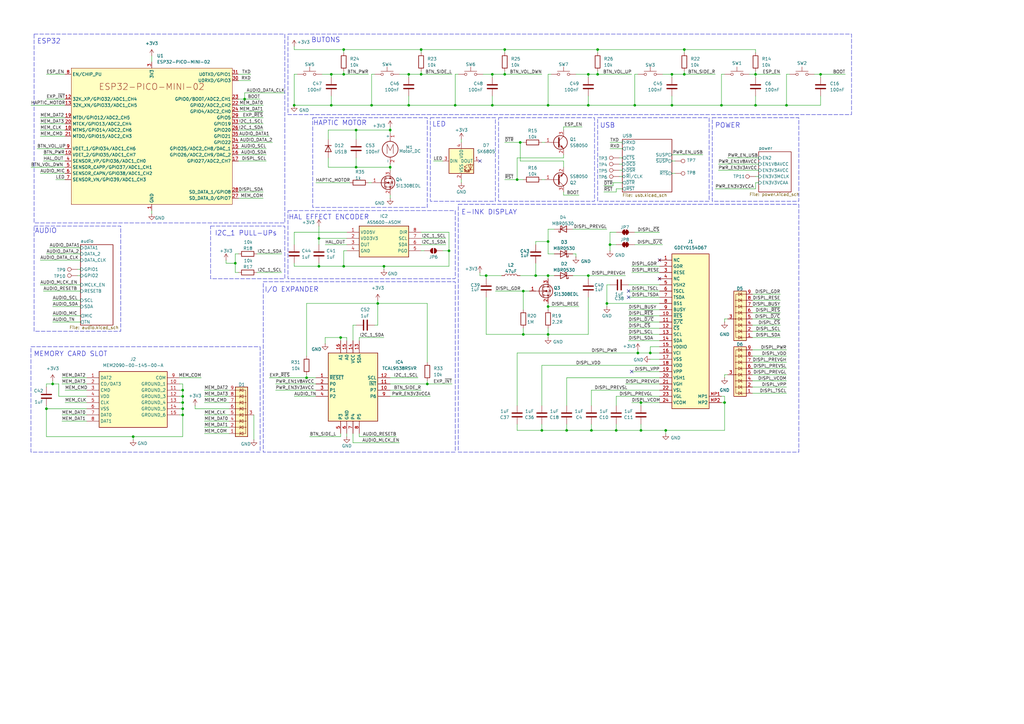
<source format=kicad_sch>
(kicad_sch (version 20250114) (generator "eeschema") (generator_version "9.0")
  (paper "A3")
  (rectangle (start 118.11 86.36) (end 186.69 114.3) (stroke (width 0) (type dash)))
  (rectangle (start 176.53 48.26) (end 203.2 82.55) (stroke (width 0) (type dash)))
  (rectangle (start 13.97 13.97) (end 116.84 91.44) (stroke (width 0) (type dash)))
  (rectangle (start 107.95 115.57) (end 186.69 185.42) (stroke (width 0) (type dash)))
  (rectangle (start 12.7 142.24) (end 106.68 185.42) (stroke (width 0) (type dash)))
  (rectangle (start 118.11 13.97) (end 349.25 46.99) (stroke (width 0) (type dash)))
  (rectangle (start 292.1 48.26) (end 327.66 82.55) (stroke (width 0) (type dash)))
  (rectangle (start 13.97 92.71) (end 49.53 135.89) (stroke (width 0) (type dash)))
  (rectangle (start 86.36 92.71) (end 116.84 114.3) (stroke (width 0) (type dash)))
  (rectangle (start 204.47 48.26) (end 243.84 82.55) (stroke (width 0) (type dash)))
  (rectangle (start 187.96 83.82) (end 327.66 185.42) (stroke (width 0) (type dash)))
  (rectangle (start 128.27 48.26) (end 175.26 85.09) (stroke (width 0) (type dash)))
  (rectangle (start 245.11 48.26) (end 290.83 82.55) (stroke (width 0) (type dash)))
  (text "E-INK DISPLAY" (at 200.66 87.122 0) (effects (font (size 2 2))))
  (text "ESP32" (at 20.066 17.018 0) (effects (font (size 2 2))))
  (text "I2C_1 PULL-UPs" (at 100.838 95.758 0) (effects (font (size 2 2))))
  (text "MEMORY CARD SLOT" (at 28.956 145.288 0) (effects (font (size 2 2))))
  (text "BUTONS" (at 133.604 16.51 0) (effects (font (size 2 2))))
  (text "HAPTIC MOTOR" (at 139.446 50.546 0) (effects (font (size 2 2))))
  (text "I/O EXPANDER" (at 119.634 118.872 0) (effects (font (size 2 2))))
  (text "AUDIO" (at 18.796 94.742 0) (effects (font (size 2 2))))
  (text "USB" (at 249.174 51.562 0) (effects (font (size 2 2))))
  (text "LED" (at 180.086 51.054 0) (effects (font (size 2 2))))
  (text "POWER" (at 298.45 51.562 0) (effects (font (size 2 2))))
  (text "HAL EFFECT ENCODER" (at 134.874 89.154 0) (effects (font (size 2 2))))
  (junction (at 224.79 137.16))
  (junction (at 125.73 154.94))
  (junction (at 21.59 157.48))
  (junction (at 322.58 43.18))
  (junction (at 262.89 176.53))
  (junction (at 261.62 144.78))
  (junction (at 100.33 40.64))
  (junction (at 212.09 73.66))
  (junction (at 213.36 58.42))
  (junction (at 160.02 68.58))
  (junction (at 199.39 113.03))
  (junction (at 280.67 20.32))
  (junction (at 201.93 43.18))
  (junction (at 273.05 176.53))
  (junction (at 167.64 43.18))
  (junction (at 140.97 109.22))
  (junction (at 336.55 30.48))
  (junction (at 160.02 53.34))
  (junction (at 241.3 30.48))
  (junction (at 157.48 109.22))
  (junction (at 19.05 167.64))
  (junction (at 140.97 30.48))
  (junction (at 245.11 30.48))
  (junction (at 172.72 30.48))
  (junction (at 275.59 30.48))
  (junction (at 74.93 165.1))
  (junction (at 154.94 124.46))
  (junction (at 250.19 100.33))
  (junction (at 74.93 170.18))
  (junction (at 295.91 43.18))
  (junction (at 224.79 113.03))
  (junction (at 241.3 113.03))
  (junction (at 135.89 43.18))
  (junction (at 152.4 43.18))
  (junction (at 224.79 43.18))
  (junction (at 224.79 99.06))
  (junction (at 96.52 107.95))
  (junction (at 135.89 30.48))
  (junction (at 224.79 125.73))
  (junction (at 260.35 43.18))
  (junction (at 309.88 43.18))
  (junction (at 146.05 53.34))
  (junction (at 309.88 30.48))
  (junction (at 222.25 176.53))
  (junction (at 262.89 165.1))
  (junction (at 266.7 144.78))
  (junction (at 232.41 176.53))
  (junction (at 74.93 162.56))
  (junction (at 207.01 20.32))
  (junction (at 54.61 179.07))
  (junction (at 297.18 165.1))
  (junction (at 172.72 20.32))
  (junction (at 248.92 124.46))
  (junction (at 245.11 20.32))
  (junction (at 275.59 43.18))
  (junction (at 241.3 43.18))
  (junction (at 130.81 97.79))
  (junction (at 120.65 43.18))
  (junction (at 140.97 20.32))
  (junction (at 74.93 160.02))
  (junction (at 219.71 113.03))
  (junction (at 280.67 30.48))
  (junction (at 214.63 137.16))
  (junction (at 146.05 68.58))
  (junction (at 175.26 157.48))
  (junction (at 139.7 138.43))
  (junction (at 74.93 167.64))
  (junction (at 201.93 30.48))
  (junction (at 184.15 102.87))
  (junction (at 207.01 30.48))
  (junction (at 167.64 30.48))
  (junction (at 186.69 43.18))
  (junction (at 242.57 176.53))
  (junction (at 214.63 119.38))
  (junction (at 252.73 176.53))
  (junction (at 130.81 109.22))
  (no_connect (at 257.81 121.92))
  (no_connect (at 270.51 106.68))
  (no_connect (at 257.81 119.38))
  (no_connect (at 196.85 66.04))
  (no_connect (at 259.08 152.4))
  (no_connect (at 270.51 114.3))
  (wire (pts (xy 92.71 106.68) (xy 92.71 107.95)))
  (wire (pts (xy 275.59 63.5) (xy 288.29 63.5)))
  (wire (pts (xy 120.65 109.22) (xy 130.81 109.22)))
  (wire (pts (xy 73.66 165.1) (xy 74.93 165.1)))
  (wire (pts (xy 186.69 43.18) (xy 201.93 43.18)))
  (wire (pts (xy 74.93 162.56) (xy 74.93 165.1)))
  (wire (pts (xy 109.22 60.96) (xy 97.79 60.96)))
  (wire (pts (xy 184.15 102.87) (xy 184.15 109.22)))
  (wire (pts (xy 201.93 39.37) (xy 201.93 43.18)))
  (wire (pts (xy 134.62 57.15) (xy 134.62 53.34)))
  (wire (pts (xy 74.93 157.48) (xy 74.93 160.02)))
  (wire (pts (xy 105.41 111.76) (xy 115.57 111.76)))
  (wire (pts (xy 116.84 38.1) (xy 100.33 38.1)))
  (wire (pts (xy 19.05 179.07) (xy 54.61 179.07)))
  (wire (pts (xy 113.03 157.48) (xy 129.54 157.48)))
  (wire (pts (xy 250.19 116.84) (xy 248.92 116.84)))
  (wire (pts (xy 83.82 160.02) (xy 93.98 160.02)))
  (wire (pts (xy 260.35 30.48) (xy 260.35 43.18)))
  (wire (pts (xy 21.59 157.48) (xy 24.13 157.48)))
  (wire (pts (xy 120.65 30.48) (xy 120.65 43.18)))
  (wire (pts (xy 31.75 113.03) (xy 33.02 113.03)))
  (wire (pts (xy 334.01 30.48) (xy 336.55 30.48)))
  (wire (pts (xy 83.82 175.26) (xy 93.98 175.26)))
  (wire (pts (xy 151.13 74.93) (xy 152.4 74.93)))
  (wire (pts (xy 110.49 55.88) (xy 97.79 55.88)))
  (wire (pts (xy 270.51 147.32) (xy 266.7 147.32)))
  (wire (pts (xy 189.23 57.15) (xy 189.23 58.42)))
  (wire (pts (xy 241.3 121.92) (xy 241.3 137.16)))
  (wire (pts (xy 203.2 119.38) (xy 214.63 119.38)))
  (wire (pts (xy 139.7 179.07) (xy 139.7 177.8)))
  (wire (pts (xy 96.52 111.76) (xy 96.52 107.95)))
  (wire (pts (xy 320.04 133.35) (xy 308.61 133.35)))
  (wire (pts (xy 199.39 137.16) (xy 214.63 137.16)))
  (wire (pts (xy 120.65 30.48) (xy 121.92 30.48)))
  (wire (pts (xy 280.67 29.21) (xy 280.67 30.48)))
  (wire (pts (xy 248.92 93.98) (xy 234.95 93.98)))
  (wire (pts (xy 259.08 111.76) (xy 270.51 111.76)))
  (wire (pts (xy 261.62 144.78) (xy 266.7 144.78)))
  (wire (pts (xy 102.87 33.02) (xy 97.79 33.02)))
  (wire (pts (xy 106.68 40.64) (xy 100.33 40.64)))
  (wire (pts (xy 322.58 161.29) (xy 308.61 161.29)))
  (wire (pts (xy 212.09 166.37) (xy 212.09 144.78)))
  (wire (pts (xy 16.51 50.8) (xy 26.67 50.8)))
  (wire (pts (xy 147.32 139.7) (xy 147.32 138.43)))
  (wire (pts (xy 224.79 138.43) (xy 224.79 137.16)))
  (wire (pts (xy 295.91 43.18) (xy 275.59 43.18)))
  (wire (pts (xy 107.95 45.72) (xy 97.79 45.72)))
  (wire (pts (xy 73.66 167.64) (xy 74.93 167.64)))
  (wire (pts (xy 19.05 30.48) (xy 26.67 30.48)))
  (wire (pts (xy 234.95 104.14) (xy 236.22 104.14)))
  (wire (pts (xy 140.97 20.32) (xy 140.97 21.59)))
  (wire (pts (xy 167.64 39.37) (xy 167.64 43.18)))
  (wire (pts (xy 231.14 80.01) (xy 231.14 78.74)))
  (wire (pts (xy 322.58 143.51) (xy 308.61 143.51)))
  (wire (pts (xy 135.89 30.48) (xy 132.08 30.48)))
  (wire (pts (xy 19.05 167.64) (xy 19.05 179.07)))
  (wire (pts (xy 21.59 125.73) (xy 33.02 125.73)))
  (wire (pts (xy 241.3 39.37) (xy 241.3 43.18)))
  (wire (pts (xy 214.63 119.38) (xy 217.17 119.38)))
  (wire (pts (xy 231.14 63.5) (xy 231.14 64.77)))
  (wire (pts (xy 231.14 52.07) (xy 238.76 52.07)))
  (wire (pts (xy 160.02 68.58) (xy 160.02 69.85)))
  (wire (pts (xy 120.65 19.05) (xy 120.65 20.32)))
  (wire (pts (xy 189.23 73.66) (xy 189.23 74.93)))
  (wire (pts (xy 120.65 95.25) (xy 120.65 100.33)))
  (wire (pts (xy 275.59 30.48) (xy 275.59 31.75)))
  (wire (pts (xy 26.67 165.1) (xy 35.56 165.1)))
  (wire (pts (xy 262.89 173.99) (xy 262.89 176.53)))
  (wire (pts (xy 140.97 109.22) (xy 140.97 102.87)))
  (wire (pts (xy 297.18 30.48) (xy 295.91 30.48)))
  (wire (pts (xy 212.09 64.77) (xy 212.09 73.66)))
  (wire (pts (xy 196.85 113.03) (xy 199.39 113.03)))
  (wire (pts (xy 248.92 124.46) (xy 248.92 125.73)))
  (wire (pts (xy 25.4 157.48) (xy 35.56 157.48)))
  (wire (pts (xy 172.72 102.87) (xy 173.99 102.87)))
  (wire (pts (xy 309.88 43.18) (xy 322.58 43.18)))
  (wire (pts (xy 21.59 132.08) (xy 33.02 132.08)))
  (wire (pts (xy 251.46 76.2) (xy 251.46 74.93)))
  (wire (pts (xy 199.39 121.92) (xy 199.39 137.16)))
  (wire (pts (xy 222.25 166.37) (xy 222.25 149.86)))
  (wire (pts (xy 323.85 30.48) (xy 322.58 30.48)))
  (wire (pts (xy 62.23 87.63) (xy 62.23 86.36)))
  (wire (pts (xy 241.3 113.03) (xy 256.54 113.03)))
  (wire (pts (xy 224.79 124.46) (xy 224.79 125.73)))
  (wire (pts (xy 146.05 68.58) (xy 160.02 68.58)))
  (wire (pts (xy 142.24 177.8) (xy 142.24 179.07)))
  (wire (pts (xy 320.04 138.43) (xy 308.61 138.43)))
  (wire (pts (xy 231.14 68.58) (xy 231.14 66.04)))
  (wire (pts (xy 232.41 176.53) (xy 242.57 176.53)))
  (wire (pts (xy 147.32 177.8) (xy 147.32 179.07)))
  (wire (pts (xy 257.81 116.84) (xy 270.51 116.84)))
  (wire (pts (xy 241.3 30.48) (xy 241.3 31.75)))
  (wire (pts (xy 231.14 64.77) (xy 212.09 64.77)))
  (wire (pts (xy 320.04 123.19) (xy 308.61 123.19)))
  (wire (pts (xy 25.4 154.94) (xy 35.56 154.94)))
  (wire (pts (xy 224.79 104.14) (xy 227.33 104.14)))
  (wire (pts (xy 297.18 165.1) (xy 295.91 165.1)))
  (wire (pts (xy 140.97 29.21) (xy 140.97 30.48)))
  (wire (pts (xy 309.88 29.21) (xy 309.88 30.48)))
  (wire (pts (xy 160.02 52.07) (xy 160.02 53.34)))
  (wire (pts (xy 92.71 107.95) (xy 96.52 107.95)))
  (wire (pts (xy 177.8 66.04) (xy 181.61 66.04)))
  (wire (pts (xy 293.37 77.47) (xy 309.88 77.47)))
  (wire (pts (xy 96.52 104.14) (xy 97.79 104.14)))
  (wire (pts (xy 270.51 95.25) (xy 260.35 95.25)))
  (wire (pts (xy 120.65 107.95) (xy 120.65 109.22)))
  (wire (pts (xy 219.71 107.95) (xy 219.71 113.03)))
  (wire (pts (xy 83.82 162.56) (xy 93.98 162.56)))
  (wire (pts (xy 297.18 176.53) (xy 273.05 176.53)))
  (wire (pts (xy 248.92 116.84) (xy 248.92 124.46)))
  (wire (pts (xy 222.25 73.66) (xy 223.52 73.66)))
  (wire (pts (xy 307.34 30.48) (xy 309.88 30.48)))
  (wire (pts (xy 19.05 167.64) (xy 35.56 167.64)))
  (wire (pts (xy 25.4 172.72) (xy 35.56 172.72)))
  (wire (pts (xy 297.18 162.56) (xy 297.18 165.1)))
  (wire (pts (xy 73.66 160.02) (xy 74.93 160.02)))
  (wire (pts (xy 171.45 154.94) (xy 160.02 154.94)))
  (wire (pts (xy 266.7 142.24) (xy 266.7 144.78)))
  (wire (pts (xy 219.71 100.33) (xy 219.71 99.06)))
  (wire (pts (xy 241.3 113.03) (xy 241.3 114.3)))
  (wire (pts (xy 207.01 20.32) (xy 207.01 21.59)))
  (wire (pts (xy 140.97 20.32) (xy 172.72 20.32)))
  (wire (pts (xy 130.81 92.71) (xy 130.81 97.79)))
  (wire (pts (xy 186.69 30.48) (xy 187.96 30.48)))
  (wire (pts (xy 262.89 176.53) (xy 273.05 176.53)))
  (wire (pts (xy 21.59 156.21) (xy 21.59 157.48)))
  (wire (pts (xy 237.49 80.01) (xy 231.14 80.01)))
  (wire (pts (xy 167.64 30.48) (xy 163.83 30.48)))
  (wire (pts (xy 320.04 120.65) (xy 308.61 120.65)))
  (wire (pts (xy 181.61 102.87) (xy 184.15 102.87)))
  (wire (pts (xy 83.82 172.72) (xy 93.98 172.72)))
  (wire (pts (xy 176.53 162.56) (xy 160.02 162.56)))
  (wire (pts (xy 236.22 104.14) (xy 236.22 105.41)))
  (wire (pts (xy 144.78 177.8) (xy 144.78 181.61)))
  (wire (pts (xy 294.64 69.85) (xy 311.15 69.85)))
  (wire (pts (xy 142.24 138.43) (xy 139.7 138.43)))
  (wire (pts (xy 254 69.85) (xy 255.27 69.85)))
  (wire (pts (xy 154.94 124.46) (xy 154.94 123.19)))
  (wire (pts (xy 257.81 132.08) (xy 270.51 132.08)))
  (wire (pts (xy 62.23 22.86) (xy 62.23 25.4)))
  (wire (pts (xy 134.62 68.58) (xy 146.05 68.58)))
  (wire (pts (xy 172.72 30.48) (xy 167.64 30.48)))
  (wire (pts (xy 125.73 153.67) (xy 125.73 154.94)))
  (wire (pts (xy 144.78 139.7) (xy 144.78 133.35)))
  (wire (pts (xy 297.18 153.67) (xy 298.45 153.67)))
  (wire (pts (xy 259.08 165.1) (xy 262.89 165.1)))
  (wire (pts (xy 252.73 162.56) (xy 270.51 162.56)))
  (wire (pts (xy 237.49 125.73) (xy 224.79 125.73)))
  (wire (pts (xy 182.88 100.33) (xy 172.72 100.33)))
  (wire (pts (xy 20.32 101.6) (xy 33.02 101.6)))
  (wire (pts (xy 207.01 29.21) (xy 207.01 30.48)))
  (wire (pts (xy 276.86 66.04) (xy 275.59 66.04)))
  (wire (pts (xy 309.88 43.18) (xy 295.91 43.18)))
  (wire (pts (xy 97.79 50.8) (xy 107.95 50.8)))
  (wire (pts (xy 74.93 170.18) (xy 73.66 170.18)))
  (wire (pts (xy 182.88 97.79) (xy 172.72 97.79)))
  (wire (pts (xy 222.25 30.48) (xy 207.01 30.48)))
  (wire (pts (xy 140.97 30.48) (xy 135.89 30.48)))
  (wire (pts (xy 224.79 43.18) (xy 241.3 43.18)))
  (wire (pts (xy 172.72 160.02) (xy 160.02 160.02)))
  (wire (pts (xy 175.26 156.21) (xy 175.26 157.48)))
  (wire (pts (xy 19.05 166.37) (xy 19.05 167.64)))
  (wire (pts (xy 133.35 100.33) (xy 142.24 100.33)))
  (wire (pts (xy 17.78 66.04) (xy 26.67 66.04)))
  (wire (pts (xy 25.4 170.18) (xy 35.56 170.18)))
  (wire (pts (xy 271.78 100.33) (xy 260.35 100.33)))
  (wire (pts (xy 133.35 138.43) (xy 139.7 138.43)))
  (wire (pts (xy 172.72 95.25) (xy 184.15 95.25)))
  (wire (pts (xy 259.08 152.4) (xy 270.51 152.4)))
  (wire (pts (xy 109.22 63.5) (xy 97.79 63.5)))
  (wire (pts (xy 257.81 127) (xy 270.51 127)))
  (wire (pts (xy 257.81 129.54) (xy 270.51 129.54)))
  (wire (pts (xy 147.32 138.43) (xy 157.48 138.43)))
  (wire (pts (xy 322.58 156.21) (xy 308.61 156.21)))
  (wire (pts (xy 12.7 68.58) (xy 26.67 68.58)))
  (wire (pts (xy 16.51 116.84) (xy 33.02 116.84)))
  (wire (pts (xy 31.75 110.49) (xy 33.02 110.49)))
  (wire (pts (xy 134.62 53.34) (xy 146.05 53.34)))
  (wire (pts (xy 245.11 30.48) (xy 241.3 30.48)))
  (wire (pts (xy 107.95 78.74) (xy 97.79 78.74)))
  (wire (pts (xy 111.76 58.42) (xy 97.79 58.42)))
  (wire (pts (xy 107.95 81.28) (xy 97.79 81.28)))
  (wire (pts (xy 214.63 119.38) (xy 214.63 127)))
  (wire (pts (xy 257.81 121.92) (xy 270.51 121.92)))
  (wire (pts (xy 129.54 74.93) (xy 143.51 74.93)))
  (wire (pts (xy 201.93 30.48) (xy 198.12 30.48)))
  (wire (pts (xy 80.01 167.64) (xy 93.98 167.64)))
  (wire (pts (xy 167.64 30.48) (xy 167.64 31.75)))
  (wire (pts (xy 19.05 40.64) (xy 26.67 40.64)))
  (wire (pts (xy 120.65 20.32) (xy 140.97 20.32)))
  (wire (pts (xy 207.01 30.48) (xy 201.93 30.48)))
  (wire (pts (xy 257.81 139.7) (xy 270.51 139.7)))
  (wire (pts (xy 151.13 30.48) (xy 140.97 30.48)))
  (wire (pts (xy 172.72 29.21) (xy 172.72 30.48)))
  (wire (pts (xy 322.58 146.05) (xy 308.61 146.05)))
  (wire (pts (xy 322.58 158.75) (xy 308.61 158.75)))
  (wire (pts (xy 222.25 58.42) (xy 223.52 58.42)))
  (wire (pts (xy 247.65 78.74) (xy 252.73 78.74)))
  (wire (pts (xy 167.64 43.18) (xy 186.69 43.18)))
  (wire (pts (xy 297.18 132.08) (xy 297.18 130.81)))
  (wire (pts (xy 320.04 135.89) (xy 308.61 135.89)))
  (wire (pts (xy 297.18 165.1) (xy 297.18 176.53)))
  (wire (pts (xy 152.4 43.18) (xy 167.64 43.18)))
  (wire (pts (xy 160.02 53.34) (xy 160.02 54.61)))
  (wire (pts (xy 227.33 93.98) (xy 224.79 93.98)))
  (wire (pts (xy 259.08 109.22) (xy 270.51 109.22)))
  (wire (pts (xy 107.95 48.26) (xy 97.79 48.26)))
  (wire (pts (xy 19.05 157.48) (xy 19.05 158.75)))
  (wire (pts (xy 257.81 137.16) (xy 270.51 137.16)))
  (wire (pts (xy 160.02 80.01) (xy 160.02 81.28)))
  (wire (pts (xy 201.93 43.18) (xy 224.79 43.18)))
  (wire (pts (xy 144.78 133.35) (xy 146.05 133.35)))
  (wire (pts (xy 322.58 43.18) (xy 336.55 43.18)))
  (wire (pts (xy 254 64.77) (xy 255.27 64.77)))
  (wire (pts (xy 142.24 95.25) (xy 120.65 95.25)))
  (wire (pts (xy 250.19 95.25) (xy 250.19 100.33)))
  (wire (pts (xy 153.67 133.35) (xy 154.94 133.35)))
  (wire (pts (xy 175.26 124.46) (xy 175.26 148.59)))
  (wire (pts (xy 293.37 30.48) (xy 280.67 30.48)))
  (wire (pts (xy 232.41 166.37) (xy 232.41 154.94)))
  (wire (pts (xy 135.89 39.37) (xy 135.89 43.18)))
  (wire (pts (xy 107.95 43.18) (xy 97.79 43.18)))
  (wire (pts (xy 309.88 39.37) (xy 309.88 43.18)))
  (wire (pts (xy 322.58 153.67) (xy 308.61 153.67)))
  (wire (pts (xy 336.55 30.48) (xy 346.71 30.48)))
  (wire (pts (xy 157.48 109.22) (xy 157.48 110.49)))
  (wire (pts (xy 16.51 71.12) (xy 26.67 71.12)))
  (wire (pts (xy 74.93 179.07) (xy 54.61 179.07)))
  (wire (pts (xy 273.05 177.8) (xy 273.05 176.53)))
  (wire (pts (xy 245.11 20.32) (xy 280.67 20.32)))
  (wire (pts (xy 146.05 53.34) (xy 146.05 57.15)))
  (wire (pts (xy 224.79 113.03) (xy 224.79 114.3)))
  (wire (pts (xy 224.79 134.62) (xy 224.79 137.16)))
  (wire (pts (xy 146.05 53.34) (xy 160.02 53.34)))
  (wire (pts (xy 232.41 154.94) (xy 270.51 154.94)))
  (wire (pts (xy 186.69 30.48) (xy 186.69 43.18)))
  (wire (pts (xy 127 179.07) (xy 139.7 179.07)))
  (wire (pts (xy 254 72.39) (xy 255.27 72.39)))
  (wire (pts (xy 295.91 162.56) (xy 297.18 162.56)))
  (wire (pts (xy 261.62 143.51) (xy 261.62 144.78)))
  (wire (pts (xy 262.89 166.37) (xy 262.89 165.1)))
  (wire (pts (xy 336.55 39.37) (xy 336.55 43.18)))
  (wire (pts (xy 297.18 130.81) (xy 298.45 130.81)))
  (wire (pts (xy 270.51 142.24) (xy 266.7 142.24)))
  (wire (pts (xy 22.86 73.66) (xy 26.67 73.66)))
  (wire (pts (xy 232.41 173.99) (xy 232.41 176.53)))
  (wire (pts (xy 219.71 113.03) (xy 224.79 113.03)))
  (wire (pts (xy 97.79 53.34) (xy 107.95 53.34)))
  (wire (pts (xy 152.4 30.48) (xy 153.67 30.48)))
  (wire (pts (xy 295.91 30.48) (xy 295.91 43.18)))
  (wire (pts (xy 80.01 166.37) (xy 80.01 167.64)))
  (wire (pts (xy 21.59 123.19) (xy 33.02 123.19)))
  (wire (pts (xy 175.26 124.46) (xy 154.94 124.46)))
  (wire (pts (xy 320.04 125.73) (xy 308.61 125.73)))
  (wire (pts (xy 224.79 30.48) (xy 226.06 30.48)))
  (wire (pts (xy 252.73 95.25) (xy 250.19 95.25)))
  (wire (pts (xy 207.01 58.42) (xy 213.36 58.42)))
  (wire (pts (xy 135.89 30.48) (xy 135.89 31.75)))
  (wire (pts (xy 139.7 138.43) (xy 139.7 139.7)))
  (wire (pts (xy 74.93 170.18) (xy 74.93 179.07)))
  (wire (pts (xy 222.25 176.53) (xy 232.41 176.53)))
  (wire (pts (xy 242.57 173.99) (xy 242.57 176.53)))
  (wire (pts (xy 196.85 111.76) (xy 196.85 113.03)))
  (wire (pts (xy 115.57 104.14) (xy 105.41 104.14)))
  (wire (pts (xy 133.35 140.97) (xy 133.35 138.43)))
  (wire (pts (xy 309.88 77.47) (xy 309.88 74.93)))
  (wire (pts (xy 219.71 113.03) (xy 213.36 113.03)))
  (wire (pts (xy 74.93 167.64) (xy 74.93 170.18)))
  (wire (pts (xy 154.94 133.35) (xy 154.94 124.46)))
  (wire (pts (xy 224.79 99.06) (xy 224.79 104.14)))
  (wire (pts (xy 251.46 74.93) (xy 255.27 74.93)))
  (wire (pts (xy 320.04 130.81) (xy 308.61 130.81)))
  (wire (pts (xy 125.73 154.94) (xy 129.54 154.94)))
  (wire (pts (xy 16.51 48.26) (xy 26.67 48.26)))
  (wire (pts (xy 172.72 20.32) (xy 172.72 21.59)))
  (wire (pts (xy 199.39 114.3) (xy 199.39 113.03)))
  (wire (pts (xy 252.73 78.74) (xy 252.73 77.47)))
  (wire (pts (xy 157.48 109.22) (xy 140.97 109.22)))
  (wire (pts (xy 140.97 102.87) (xy 142.24 102.87)))
  (wire (pts (xy 309.88 72.39) (xy 311.15 72.39)))
  (wire (pts (xy 214.63 134.62) (xy 214.63 137.16)))
  (wire (pts (xy 276.86 71.12) (xy 275.59 71.12)))
  (wire (pts (xy 231.14 53.34) (xy 231.14 52.07)))
  (wire (pts (xy 120.65 162.56) (xy 129.54 162.56)))
  (wire (pts (xy 259.08 30.48) (xy 245.11 30.48)))
  (wire (pts (xy 252.73 166.37) (xy 252.73 162.56)))
  (wire (pts (xy 212.09 73.66) (xy 214.63 73.66)))
  (wire (pts (xy 15.24 60.96) (xy 26.67 60.96)))
  (wire (pts (xy 74.93 160.02) (xy 74.93 162.56)))
  (wire (pts (xy 201.93 30.48) (xy 201.93 31.75)))
  (wire (pts (xy 35.56 162.56) (xy 24.13 162.56)))
  (wire (pts (xy 224.79 30.48) (xy 224.79 43.18)))
  (wire (pts (xy 322.58 151.13) (xy 308.61 151.13)))
  (wire (pts (xy 73.66 162.56) (xy 74.93 162.56)))
  (wire (pts (xy 104.14 170.18) (xy 104.14 180.34)))
  (wire (pts (xy 82.55 154.94) (xy 73.66 154.94)))
  (wire (pts (xy 185.42 157.48) (xy 175.26 157.48)))
  (wire (pts (xy 100.33 38.1) (xy 100.33 40.64)))
  (wire (pts (xy 212.09 176.53) (xy 222.25 176.53)))
  (wire (pts (xy 214.63 137.16) (xy 224.79 137.16)))
  (wire (pts (xy 73.66 157.48) (xy 74.93 157.48)))
  (wire (pts (xy 21.59 129.54) (xy 33.02 129.54)))
  (wire (pts (xy 175.26 157.48) (xy 160.02 157.48)))
  (wire (pts (xy 322.58 30.48) (xy 322.58 43.18)))
  (wire (pts (xy 222.25 173.99) (xy 222.25 176.53)))
  (wire (pts (xy 109.22 66.04) (xy 97.79 66.04)))
  (wire (pts (xy 275.59 30.48) (xy 271.78 30.48)))
  (wire (pts (xy 250.19 58.42) (xy 255.27 58.42)))
  (wire (pts (xy 113.03 160.02) (xy 129.54 160.02)))
  (wire (pts (xy 130.81 97.79) (xy 130.81 100.33)))
  (wire (pts (xy 266.7 144.78) (xy 270.51 144.78)))
  (wire (pts (xy 130.81 97.79) (xy 142.24 97.79)))
  (wire (pts (xy 254 67.31) (xy 255.27 67.31)))
  (wire (pts (xy 100.33 40.64) (xy 97.79 40.64)))
  (wire (pts (xy 280.67 20.32) (xy 309.88 20.32)))
  (wire (pts (xy 260.35 30.48) (xy 261.62 30.48)))
  (wire (pts (xy 242.57 176.53) (xy 252.73 176.53)))
  (wire (pts (xy 144.78 181.61) (xy 163.83 181.61)))
  (wire (pts (xy 17.78 119.38) (xy 33.02 119.38)))
  (wire (pts (xy 54.61 179.07) (xy 54.61 180.34)))
  (wire (pts (xy 213.36 58.42) (xy 214.63 58.42)))
  (wire (pts (xy 250.19 102.87) (xy 250.19 100.33)))
  (wire (pts (xy 125.73 124.46) (xy 125.73 146.05)))
  (wire (pts (xy 219.71 99.06) (xy 224.79 99.06)))
  (wire (pts (xy 231.14 66.04) (xy 213.36 66.04)))
  (wire (pts (xy 146.05 64.77) (xy 146.05 68.58)))
  (wire (pts (xy 257.81 119.38) (xy 270.51 119.38)))
  (wire (pts (xy 83.82 165.1) (xy 93.98 165.1)))
  (wire (pts (xy 96.52 104.14) (xy 96.52 107.95)))
  (wire (pts (xy 207.01 73.66) (xy 212.09 73.66)))
  (wire (pts (xy 24.13 157.48) (xy 24.13 162.56)))
  (wire (pts (xy 12.7 43.18) (xy 26.67 43.18)))
  (wire (pts (xy 19.05 157.48) (xy 21.59 157.48)))
  (wire (pts (xy 257.81 134.62) (xy 270.51 134.62)))
  (wire (pts (xy 19.05 104.14) (xy 33.02 104.14)))
  (wire (pts (xy 294.64 67.31) (xy 311.15 67.31)))
  (wire (pts (xy 120.65 43.18) (xy 135.89 43.18)))
  (wire (pts (xy 224.79 125.73) (xy 224.79 127)))
  (wire (pts (xy 248.92 124.46) (xy 270.51 124.46)))
  (wire (pts (xy 74.93 165.1) (xy 74.93 167.64)))
  (wire (pts (xy 297.18 154.94) (xy 297.18 153.67)))
  (wire (pts (xy 130.81 109.22) (xy 140.97 109.22)))
  (wire (pts (xy 125.73 124.46) (xy 154.94 124.46)))
  (wire (pts (xy 252.73 176.53) (xy 262.89 176.53)))
  (wire (pts (xy 280.67 30.48) (xy 275.59 30.48)))
  (wire (pts (xy 322.58 148.59) (xy 308.61 148.59)))
  (wire (pts (xy 207.01 20.32) (xy 245.11 20.32)))
  (wire (pts (xy 142.24 139.7) (xy 142.24 138.43)))
  (wire (pts (xy 252.73 77.47) (xy 255.27 77.47)))
  (wire (pts (xy 172.72 20.32) (xy 207.01 20.32)))
  (wire (pts (xy 250.19 100.33) (xy 252.73 100.33)))
  (wire (pts (xy 26.67 160.02) (xy 35.56 160.02)))
  (wire (pts (xy 309.88 21.59) (xy 309.88 20.32)))
  (wire (pts (xy 160.02 67.31) (xy 160.02 68.58)))
  (wire (pts (xy 184.15 95.25) (xy 184.15 102.87)))
  (wire (pts (xy 157.48 109.22) (xy 184.15 109.22)))
  (wire (pts (xy 242.57 166.37) (xy 242.57 160.02)))
  (wire (pts (xy 275.59 43.18) (xy 260.35 43.18)))
  (wire (pts (xy 252.73 173.99) (xy 252.73 176.53)))
  (wire (pts (xy 309.88 30.48) (xy 320.04 30.48)))
  (wire (pts (xy 262.89 165.1) (xy 270.51 165.1)))
  (wire (pts (xy 135.89 43.18) (xy 152.4 43.18)))
  (wire (pts (xy 234.95 113.03) (xy 241.3 113.03)))
  (wire (pts (xy 222.25 149.86) (xy 270.51 149.86)))
  (wire (pts (xy 250.19 60.96) (xy 255.27 60.96)))
  (wire (pts (xy 336.55 30.48) (xy 336.55 31.75)))
  (wire (pts (xy 199.39 113.03) (xy 205.74 113.03)))
  (wire (pts (xy 261.62 144.78) (xy 212.09 144.78)))
  (wire (pts (xy 275.59 39.37) (xy 275.59 43.18)))
  (wire (pts (xy 245.11 21.59) (xy 245.11 20.32)))
  (wire (pts (xy 224.79 93.98) (xy 224.79 99.06)))
  (wire (pts (xy 236.22 30.48) (xy 241.3 30.48)))
  (wire (pts (xy 110.49 154.94) (xy 125.73 154.94)))
  (wire (pts (xy 147.32 179.07) (xy 162.56 179.07)))
  (wire (pts (xy 16.51 55.88) (xy 26.67 55.88)))
  (wire (pts (xy 245.11 29.21) (xy 245.11 30.48)))
  (wire (pts (xy 260.35 43.18) (xy 241.3 43.18)))
  (wire (pts (xy 227.33 113.03) (xy 224.79 113.03)))
  (wire (pts (xy 83.82 170.18) (xy 93.98 170.18)))
  (wire (pts (xy 247.65 76.2) (xy 251.46 76.2)))
  (wire (pts (xy 309.88 30.48) (xy 309.88 31.75)))
  (wire (pts (xy 185.42 30.48) (xy 172.72 30.48)))
  (wire (pts (xy 102.87 30.48) (xy 97.79 30.48)))
  (wire (pts (xy 134.62 64.77) (xy 134.62 68.58)))
  (wire (pts (xy 320.04 128.27) (xy 308.61 128.27)))
  (wire (pts (xy 280.67 21.59) (xy 280.67 20.32)))
  (wire (pts (xy 213.36 66.04) (xy 213.36 58.42)))
  (wire (pts (xy 130.81 107.95) (xy 130.81 109.22)))
  (wire (pts (xy 16.51 106.68) (xy 33.02 106.68)))
  (wire (pts (xy 152.4 30.48) (xy 152.4 43.18)))
  (wire (pts (xy 212.09 173.99) (xy 212.09 176.53)))
  (wire (pts (xy 298.45 64.77) (xy 311.15 64.77)))
  (wire (pts (xy 16.51 53.34) (xy 26.67 53.34)))
  (wire (pts (xy 309.88 74.93) (xy 311.15 74.93)))
  (wire (pts (xy 17.78 63.5) (xy 26.67 63.5)))
  (wire (pts (xy 242.57 160.02) (xy 270.51 160.02)))
  (wire (pts (xy 241.3 137.16) (xy 224.79 137.16)))
  (wire (pts (xy 256.54 157.48) (xy 270.51 157.48)))
  (wire (pts (xy 83.82 177.8) (xy 93.98 177.8)))
  (wire (pts (xy 96.52 111.76) (xy 97.79 111.76)))
  (label "MEM_DAT0" (at 83.82 172.72 0))
  (label "AUDIO_SCL" (at 21.59 123.19 0))
  (label "MEM_DAT1" (at 83.82 175.26 0))
  (label "DISPL_RESE" (at 320.04 123.19 180))
  (label "I2C_1_SCL" (at 182.88 97.79 180))
  (label "HAPTIC_MOTOR" (at 12.7 43.18 0))
  (label "DISPL_TSCL" (at 322.58 161.29 180))
  (label "LED" (at 177.8 66.04 0))
  (label "HAL_OUT" (at 133.35 100.33 0))
  (label "MEM_CLK" (at 16.51 53.34 0))
  (label "DISPL_PREVGL" (at 254 162.56 0))
  (label "AUDIO_RESETB" (at 17.78 119.38 0))
  (label "DISPL_SDA" (at 257.81 139.7 0))
  (label "I2C_1_SCL" (at 171.45 154.94 180))
  (label "BTN_VOL_UP" (at 15.24 60.96 0))
  (label "DISPL_SDA" (at 107.95 78.74 180))
  (label "DISPL_PREVGH" (at 322.58 148.59 180))
  (label "DISPL_GDR" (at 259.08 109.22 0))
  (label "DISPL_~{D{slash}C}" (at 271.78 100.33 180))
  (label "DISPL_TSDA" (at 259.08 121.92 0))
  (label "BOOT" (at 106.68 40.64 180))
  (label "MEM_CMD" (at 26.67 160.02 0))
  (label "~{RST}" (at 207.01 73.66 0))
  (label "AUDIO_MLCK_EN" (at 16.51 116.84 0))
  (label "PWR_EN1V8AVCC" (at 113.03 157.48 0))
  (label "DISPL_BUSY" (at 257.81 127 0))
  (label "DISPL_PREVGH" (at 256.54 157.48 0))
  (label "DISPL_RESE" (at 237.49 125.73 180))
  (label "MEM_DAT3" (at 83.82 162.56 0))
  (label "BOOT" (at 237.49 80.01 180))
  (label "DISPL_~{RES}" (at 257.81 129.54 0))
  (label "PWR_EN1V8AVCC" (at 294.64 67.31 0))
  (label "MEM_DAT3" (at 25.4 157.48 0))
  (label "BTN_PWR" (at 17.78 63.5 0))
  (label "AUDIO_DATA_2" (at 111.76 58.42 180))
  (label "DISPL_VDD" (at 322.58 146.05 180))
  (label "DISPL_SCL" (at 320.04 135.89 180))
  (label "MEM_DAT2" (at 16.51 48.26 0))
  (label "AUDIO_MIC" (at 16.51 71.12 0))
  (label "LED" (at 22.86 73.66 0))
  (label "AUDIO_DATA1" (at 110.49 55.88 180))
  (label "BTN_VOL_DWN" (at 222.25 30.48 180))
  (label "AUDIO_DATA_CLK" (at 16.51 106.68 0))
  (label "EXP_~{RES}" (at 110.49 154.94 0))
  (label "DISPL_SCL" (at 257.81 137.16 0))
  (label "DISPL_VPP" (at 260.35 152.4 0))
  (label "DISPL_~{RES}" (at 320.04 128.27 180))
  (label "DISPL_RESE" (at 259.08 111.76 0))
  (label "HAL_OUT" (at 17.78 66.04 0))
  (label "MEM_DAT2" (at 83.82 160.02 0))
  (label "BTN_SIDE_R" (at 293.37 30.48 180))
  (label "RXD" (at 250.19 60.96 0))
  (label "~{DTR}" (at 207.01 58.42 0))
  (label "AUDIO_MLCK_EN" (at 163.83 181.61 180))
  (label "AUDIO_RESETB" (at 162.56 179.07 180))
  (label "BTN_SIDE_L" (at 127 179.07 0))
  (label "BTN_SIDE_L" (at 185.42 30.48 180))
  (label "AUDIO_DATA1" (at 20.32 101.6 0))
  (label "DISPL_VCOM" (at 259.08 165.1 0))
  (label "AUDIO_TN" (at 21.59 132.08 0))
  (label "DISPL_PREVSL" (at 243.84 160.02 0))
  (label "DISPL_SDA" (at 320.04 138.43 180))
  (label "MEM_COM" (at 82.55 154.94 180))
  (label "MEM_CLK" (at 26.67 165.1 0))
  (label "DISPL_~{CS}" (at 270.51 95.25 180))
  (label "AUDIO_SDA" (at 109.22 63.5 180))
  (label "MEM_DAT0" (at 107.95 43.18 180))
  (label "RXD" (at 102.87 33.02 180))
  (label "I2C_1_SDA" (at 182.88 100.33 180))
  (label "DISPL_~{CS}" (at 257.81 134.62 0))
  (label "MEM_DAT3" (at 16.51 50.8 0))
  (label "PWR_EN3V3VCCA" (at 293.37 77.47 0))
  (label "~{RST}" (at 247.65 78.74 0))
  (label "PWR_EN3V3VCCA" (at 176.53 162.56 180))
  (label "PWR_EN_USB" (at 298.45 64.77 0))
  (label "I2C_1_SCL" (at 107.95 50.8 180))
  (label "DISPL_BUSY" (at 320.04 125.73 180))
  (label "MEM_DAT2" (at 25.4 154.94 0))
  (label "DISPL_VPP" (at 322.58 158.75 180))
  (label "MEM_DAT1" (at 107.95 45.72 180))
  (label "MEM_DAT1" (at 25.4 172.72 0))
  (label "DISPL_PWR" (at 242.57 144.78 0))
  (label "MEM_CMD" (at 83.82 165.1 0))
  (label "DISPL_GDR" (at 203.2 119.38 0))
  (label "DISPL_VDD" (at 236.22 149.86 0))
  (label "AUDIO_SCL" (at 109.22 60.96 180))
  (label "DISPL_~{D{slash}C}" (at 320.04 130.81 180))
  (label "MEM_COM" (at 107.95 81.28 180))
  (label "BTN_PWR" (at 151.13 30.48 180))
  (label "DISPL_PREVGL" (at 322.58 153.67 180))
  (label "BTN_SIDE_R" (at 172.72 160.02 180))
  (label "DISPL_~{D{slash}C}" (at 257.81 132.08 0))
  (label "BTN_VOL_UP" (at 259.08 30.48 180))
  (label "MEM_COM" (at 83.82 177.8 0))
  (label "I2C_1_SDA" (at 157.48 138.43 180))
  (label "EXP_~{INT}" (at 185.42 157.48 180))
  (label "DISPL_SCL" (at 109.22 66.04 180))
  (label "AUDIO_MIC" (at 21.59 129.54 0))
  (label "DISPL_GDR" (at 320.04 120.65 180))
  (label "AUDIO_DATA_2" (at 19.05 104.14 0))
  (label "AUDIO_TN" (at 120.65 162.56 0))
  (label "DISPL_~{CS}" (at 320.04 133.35 180))
  (label "AUDIO_SDA" (at 21.59 125.73 0))
  (label "I2C_1_SCL" (at 115.57 111.76 180))
  (label "DISPL_PREVGH" (at 256.54 113.03 180))
  (label "DISPL_PREVSL" (at 322.58 151.13 180))
  (label "I2C_1_SDA" (at 107.95 53.34 180))
  (label "ESP_EN" (at 238.76 52.07 180))
  (label "MEM_DAT0" (at 25.4 170.18 0))
  (label "BTN_VOL_DWN" (at 12.7 68.58 0))
  (label "TXD" (at 250.19 58.42 0))
  (label "EXP_~{INT}" (at 19.05 40.64 0))
  (label "TXD" (at 102.87 30.48 180))
  (label "EXP_~{RES}" (at 107.95 48.26 180))
  (label "MEM_CMD" (at 16.51 55.88 0))
  (label "DISPL_PREVGL" (at 248.92 93.98 180))
  (label "PWR_EN3V3AVCC" (at 113.03 160.02 0))
  (label "MEM_CLK" (at 83.82 170.18 0))
  (label "PWR_EN3V3AVCC" (at 294.64 69.85 0))
  (label "ESP_EN" (at 19.05 30.48 0))
  (label "AUDIO_DATA_CLK" (at 116.84 38.1 180))
  (label "DISPL_PWR" (at 322.58 143.51 180))
  (label "DISPL_VCOM" (at 322.58 156.21 180))
  (label "DISPL_TSCL" (at 259.08 119.38 0))
  (label "I2C_1_SDA" (at 115.57 104.14 180))
  (label "ESP_EN" (at 320.04 30.48 180))
  (label "HAPTIC_MOTOR" (at 129.54 74.93 0))
  (label "PWR_EN_USB" (at 288.29 63.5 180))
  (label "~{DTR}" (at 247.65 76.2 0))
  (label "BOOT" (at 346.71 30.48 180))
  (symbol (lib_id "Device:C") (at 219.71 104.14 180) (unit 1)
    (property "Reference" "C43" (at 215.265 102.997 0))
    (property "Value" "1uF" (at 215.265 104.775 0))
    (property "Description" "Unpolarized capacitor" (effects (hide yes)))
  )
  (symbol (lib_id "Device:R") (at 125.73 149.86 0) (mirror x) (unit 1)
    (property "Reference" "R31" (at 123.19 148.5899 0) (effects (justify right)))
    (property "Value" "10k" (at 123.19 151.1299 0) (effects (justify right)))
    (property "Description" "Resistor" (effects (hide yes)))
  )
  (symbol (lib_id "Device:R") (at 207.01 25.4 0) (unit 1)
    (property "Reference" "R25" (at 209.55 24.1299 0) (effects (justify left)))
    (property "Value" "10k" (at 209.55 26.6699 0) (effects (justify left)))
    (property "Description" "Resistor" (effects (hide yes)))
  )
  (symbol (lib_id "Switch:SW_Push") (at 193.04 30.48 0) (unit 1)
    (property "Reference" "SW6" (at 193.04 26.416 0))
    (property "Value" "SW_Push" (effects (hide yes)))
    (property "Description" "Push button switch, generic, two pins" (effects (hide yes)))
  )
  (symbol (lib_id "power:GND") (at 266.7 147.32 270) (mirror x) (unit 1)
    (property "Reference" "#PWR072" (effects (hide yes)))
    (property "Value" "GND" (at 261.874 147.574 90))
    (property "Description" "Power symbol creates a global label with name \"GND\" , ground" (effects (hide yes)))
  )
  (symbol (lib_id "Device:C") (at 212.09 170.18 180) (unit 1)
    (property "Reference" "C37" (at 207.01 171.196 0))
    (property "Value" "1uF" (at 207.01 168.656 0))
    (property "Description" "Unpolarized capacitor" (effects (hide yes)))
  )
  (symbol (lib_id "Connector:TestPoint") (at 254 64.77 90) (unit 1)
    (property "Reference" "TP3" (at 249.174 65.024 90) (effects (justify left)))
    (property "Value" "TestPoint" (effects (hide yes)))
    (property "Footprint" "TestPoint:TestPoint_Pad_D1.5mm" (effects (hide yes)))
    (property "Description" "test point" (effects (hide yes)))
  )
  (symbol (lib_id "Device:C") (at 254 116.84 90) (mirror x) (unit 1)
    (property "Reference" "C38" (at 254 122.428 90))
    (property "Value" "1uF" (at 254 120.65 90))
    (property "Description" "Unpolarized capacitor" (effects (hide yes)))
  )
  (symbol (lib_id "power:+3V3") (at 92.71 106.68 0) (unit 1)
    (property "Reference" "#PWR066" (effects (hide yes)))
    (property "Value" "+3V3" (at 92.71 102.87 0))
    (property "Description" "Power symbol creates a global label with name \"+3V3\"" (effects (hide yes)))
  )
  (symbol (lib_id "Device:C") (at 130.81 104.14 0) (unit 1)
    (property "Reference" "C41" (at 133.858 102.87 0) (effects (justify left)))
    (property "Value" "1uF" (at 133.858 105.41 0) (effects (justify left)))
    (property "Description" "Unpolarized capacitor" (effects (hide yes)))
  )
  (symbol (lib_id "Device:C") (at 232.41 170.18 180) (unit 1)
    (property "Reference" "C18" (at 227.33 171.196 0))
    (property "Value" "1uF" (at 227.33 168.656 0))
    (property "Description" "Unpolarized capacitor" (effects (hide yes)))
  )
  (symbol (lib_id "Switch:SW_Push") (at 231.14 30.48 0) (unit 1)
    (property "Reference" "SW7" (at 231.14 26.416 0))
    (property "Value" "SW_Push" (effects (hide yes)))
    (property "Description" "Push button switch, generic, two pins" (effects (hide yes)))
  )
  (symbol (lib_id "Jumper:SolderJumper_2_Bridged") (at 256.54 100.33 0) (unit 1) (in_bom no)
    (property "Reference" "JP8" (at 256.286 98.298 0))
    (property "Value" "SolderJumper_2_Bridged" (effects (hide yes)))
    (property "Footprint" "Jumper:SolderJumper-2_P1.3mm_Bridged_RoundedPad1.0x1.5mm" (effects (hide yes)))
    (property "Description" "Solder Jumper, 2-pole, closed/bridged" (effects (hide yes)))
  )
  (symbol (lib_id "TCAL9538RSVR:TCAL9538RSVR") (at 129.54 154.94 0) (unit 1)
    (property "Reference" "IC4" (at 163.83 148.5198 0))
    (property "Value" "TCAL9538RSVR" (at 163.83 151.0598 0))
    (property "Footprint" "QFN40P180X260X55-16N" (effects (hide yes)))
    (property "Datasheet" "https://www.ti.com/lit/ds/symlink/tcal9538.pdf?ts=1704399491246" (effects (hide yes)))
    (property "Description" "Interface - I/O Expanders ULTRA LOW VOLTAGE AGILE I/O EXPANDER I/O Expander 8 I2C, SMBus 1 MHz 16-UQFN (2.6x1.8)" (effects (hide yes)))
    (property "Height" "0.55" (effects (hide yes)))
    (property "Manufacturer_Name" "Texas Instruments" (effects (hide yes)))
    (property "Manufacturer_Part_Number" "TCAL9538RSVR" (effects (hide yes)))
    (property "Mouser Part Number" "595-TCAL9538RSVR" (effects (hide yes)))
    (property "Mouser Price/Stock" "https://www.mouser.co.uk/ProductDetail/Texas-Instruments/TCAL9538RSVR?qs=Z%252BL2brAPG1Kj235LZOS0YA%3D%3D" (effects (hide yes)))
  )
  (symbol (lib_id "MEM2090-00-145-00-A:MEM2090-00-145-00-A") (at 35.56 154.94 0) (unit 1)
    (property "Reference" "J2" (at 54.61 147.32 0))
    (property "Value" "MEM2090-00-145-00-A" (at 54.61 149.86 0))
    (property "Footprint" "MEM2090-00-145-00-A:MEM20900014500A" (effects (hide yes)))
    (property "Datasheet" "https://www.mouser.at/datasheet/2/837/mem2090-3435332.pdf" (effects (hide yes)))
    (property "Description" "Memory Card Connectors Micro SD Push-Push, Normaly Open, SMT, 1.45mm Profile, No Peg" (effects (hide yes)))
    (property "Height" "1.6" (effects (hide yes)))
    (property "Manufacturer_Name" "GCT (GLOBAL CONNECTOR TECHNOLOGY)" (effects (hide yes)))
    (property "Manufacturer_Part_Number" "MEM2090-00-145-00-A" (effects (hide yes)))
    (property "Mouser Part Number" "640-MEM20900014500A" (effects (hide yes)))
    (property "Mouser Price/Stock" "https://www.mouser.co.uk/ProductDetail/GCT/MEM2090-00-145-00-A?qs=jRuttqqUwMR0RI4XLNZI4Q%3D%3D" (effects (hide yes)))
  )
  (symbol (lib_id "Connector:TestPoint") (at 254 72.39 90) (unit 1)
    (property "Reference" "TP6" (at 249.174 72.644 90) (effects (justify left)))
    (property "Value" "TestPoint" (effects (hide yes)))
    (property "Footprint" "TestPoint:TestPoint_Pad_D1.5mm" (effects (hide yes)))
    (property "Description" "test point" (effects (hide yes)))
  )
  (symbol (lib_id "Device:R") (at 214.63 130.81 0) (unit 1)
    (property "Reference" "R20" (at 216.154 129.54 0) (effects (justify left)))
    (property "Value" "1M" (at 216.154 132.08 0) (effects (justify left)))
    (property "Description" "Resistor" (effects (hide yes)))
  )
  (symbol (lib_id "Diode:MBR0530") (at 231.14 113.03 180) (unit 1)
    (property "Reference" "D2" (at 231.394 108.204 0))
    (property "Value" "MBR0530" (at 231.394 110.744 0))
    (property "Footprint" "Diode_SMD:D_SOD-123" (effects (hide yes)))
    (property "Datasheet" "http://www.mccsemi.com/up_pdf/MBR0520~MBR0580(SOD123).pdf" (effects (hide yes)))
    (property "Description" "30V 0.5A Schottky Power Rectifier Diode, SOD-123" (effects (hide yes)))
  )
  (symbol (lib_id "FH34SRJ-24S-0_5SH_99_:GDEY0154D67") (at 261.62 111.76 0) (unit 1)
    (property "Reference" "J1" (at 283.21 99.06 0))
    (property "Value" "GDEY0154D67" (at 283.21 101.6 0))
    (property "Footprint" "FH34SRJ24S05SH99" (effects (hide yes)))
    (property "Datasheet" "https://v4.cecdn.yun300.cn/100001_1909185148/GDEY0154D67-new.pdf" (effects (hide yes)))
    (property "Description" "24 Position FFC, FPC Connector Contacts, Top and Bottom 0.020\" (0.50mm) Surface Mount, Right Angle" (effects (hide yes)))
    (property "Height" "1.1" (effects (hide yes)))
    (property "Manufacturer_Name" "Hirose" (effects (hide yes)))
    (property "Manufacturer_Part_Number" "FH34SRJ-24S-0.5SH(99)" (effects (hide yes)))
    (property "Mouser Part Number" "798-FH34SRJ24S05SH99" (effects (hide yes)))
    (property "Mouser Price/Stock" "https://www.mouser.co.uk/ProductDetail/Hirose-Connector/FH34SRJ-24S-0.5SH99?qs=vcbW%252B4%252BSTIpKBl5ap9J8Fw%3D%3D" (effects (hide yes)))
  )
  (symbol (lib_id "Power_Protection:D3V3X8U9LP3810") (at 303.53 130.81 270) (mirror x) (unit 1)
    (property "Reference" "D5" (at 304.8 118.364 90) (effects (justify right)))
    (property "Value" "D3V3X8U9LP3810" (effects (hide yes)))
    (property "Footprint" "Package_DFN_QFN:Diodes_UDFN3810-9_TYPE_B" (effects (hide yes)))
    (property "Datasheet" "https://www.diodes.com/assets/Datasheets/D3V3X8U9LP3810.pdf" (effects (hide yes)))
    (property "Description" "3V3 Reverse Working, 8 channel low capacitance 0.45pF, TVS diode array, 5.5-7V Breakdown, U-DFN3810-9" (effects (hide yes)))
    (property "Mfr. No." " D3V3F8U9LP3810-7 " (effects (hide yes)))
  )
  (symbol (lib_id "Device:C") (at 336.55 35.56 0) (unit 1)
    (property "Reference" "C16" (at 340.36 34.2899 0) (effects (justify left)))
    (property "Value" "100nF" (at 340.36 36.8299 0) (effects (justify left)))
    (property "Description" "Unpolarized capacitor" (effects (hide yes)))
  )
  (symbol (lib_id "Device:C") (at 19.05 162.56 0) (mirror y) (unit 1)
    (property "Reference" "C42" (at 17.78 160.274 0) (effects (justify left)))
    (property "Value" "1uF" (at 17.78 164.846 0) (effects (justify left)))
    (property "Description" "Unpolarized capacitor" (effects (hide yes)))
  )
  (symbol (lib_id "Jumper:SolderJumper_2_Open") (at 177.8 102.87 0) (mirror y) (unit 1) (in_bom no)
    (property "Reference" "JP6" (at 177.8 105.41 0))
    (property "Value" "SolderJumper_2_Open" (effects (hide yes)))
    (property "Footprint" "Jumper:SolderJumper-2_P1.3mm_Open_RoundedPad1.0x1.5mm" (effects (hide yes)))
    (property "Description" "Solder Jumper, 2-pole, open" (effects (hide yes)))
  )
  (symbol (lib_id "Transistor_FET:Si1308EDL") (at 222.25 119.38 0) (unit 1)
    (property "Reference" "Q3" (at 227.076 118.11 0) (effects (justify left)))
    (property "Value" "Si1308EDL" (at 227.076 120.65 0) (effects (justify left)))
    (property "Footprint" "Package_TO_SOT_SMD:SOT-323_SC-70" (effects (hide yes)))
    (property "Datasheet" "https://www.vishay.com/docs/63399/si1308edl.pdf" (effects (hide yes)))
    (property "Description" "30V Vds, 1.4A Id, N-Channel MOSFET, SC-70" (effects (hide yes)))
  )
  (symbol (lib_id "Diode:MBR0530") (at 231.14 104.14 180) (unit 1)
    (property "Reference" "D3" (at 231.394 99.314 0))
    (property "Value" "MBR0530" (at 231.394 101.854 0))
    (property "Footprint" "Diode_SMD:D_SOD-123" (effects (hide yes)))
    (property "Datasheet" "http://www.mccsemi.com/up_pdf/MBR0520~MBR0580(SOD123).pdf" (effects (hide yes)))
    (property "Description" "30V 0.5A Schottky Power Rectifier Diode, SOD-123" (effects (hide yes)))
  )
  (symbol (lib_id "power:GND") (at 62.23 87.63 0) (unit 1)
    (property "Reference" "#PWR022" (effects (hide yes)))
    (property "Value" "GND" (at 65.532 89.408 0))
    (property "Description" "Power symbol creates a global label with name \"GND\" , ground" (effects (hide yes)))
  )
  (symbol (lib_id "Connector:TestPoint") (at 276.86 66.04 270) (unit 1)
    (property "Reference" "TP7" (at 281.686 65.786 90) (effects (justify left)))
    (property "Value" "TestPoint" (effects (hide yes)))
    (property "Footprint" "TestPoint:TestPoint_Pad_D1.5mm" (effects (hide yes)))
    (property "Description" "test point" (effects (hide yes)))
  )
  (symbol (lib_id "Connector:TestPoint") (at 254 67.31 90) (unit 1)
    (property "Reference" "TP4" (at 249.174 67.564 90) (effects (justify left)))
    (property "Value" "TestPoint" (effects (hide yes)))
    (property "Footprint" "TestPoint:TestPoint_Pad_D1.5mm" (effects (hide yes)))
    (property "Description" "test point" (effects (hide yes)))
  )
  (symbol (lib_id "power:GND") (at 133.35 140.97 0) (unit 1)
    (property "Reference" "#PWR099" (effects (hide yes)))
    (property "Value" "GND" (at 129.794 143.256 0))
    (property "Description" "Power symbol creates a global label with name \"GND\" , ground" (effects (hide yes)))
  )
  (symbol (lib_id "power:GND") (at 54.61 180.34 0) (unit 1)
    (property "Reference" "#PWR054" (effects (hide yes)))
    (property "Value" "GND" (at 58.42 181.864 0))
    (property "Description" "Power symbol creates a global label with name \"GND\" , ground" (effects (hide yes)))
  )
  (symbol (lib_id "power:+3V3") (at 80.01 166.37 0) (unit 1)
    (property "Reference" "#PWR070" (effects (hide yes)))
    (property "Value" "+3V3" (at 80.01 162.306 0))
    (property "Description" "Power symbol creates a global label with name \"+3V3\"" (effects (hide yes)))
  )
  (symbol (lib_id "power:GND") (at 157.48 110.49 0) (unit 1)
    (property "Reference" "#PWR061" (effects (hide yes)))
    (property "Value" "GND" (at 161.036 112.268 0))
    (property "Description" "Power symbol creates a global label with name \"GND\" , ground" (effects (hide yes)))
  )
  (symbol (lib_id "power:GND") (at 248.92 125.73 0) (mirror y) (unit 1)
    (property "Reference" "#PWR084" (effects (hide yes)))
    (property "Value" "GND" (at 248.92 129.54 0))
    (property "Description" "Power symbol creates a global label with name \"GND\" , ground" (effects (hide yes)))
  )
  (symbol (lib_id "power:+3V3") (at 196.85 111.76 0) (unit 1)
    (property "Reference" "#PWR085" (effects (hide yes)))
    (property "Value" "+3V3" (at 193.294 110.236 0))
    (property "Description" "Power symbol creates a global label with name \"+3V3\"" (effects (hide yes)))
  )
  (symbol (lib_id "power:GND") (at 273.05 177.8 0) (mirror y) (unit 1)
    (property "Reference" "#PWR057" (effects (hide yes)))
    (property "Value" "GND" (at 277.114 179.578 0))
    (property "Description" "Power symbol creates a global label with name \"GND\" , ground" (effects (hide yes)))
  )
  (symbol (lib_id "Switch:SW_Push") (at 302.26 30.48 0) (unit 1)
    (property "Reference" "SW1" (at 302.26 25.908 0))
    (property "Value" "SW_Push" (effects (hide yes)))
    (property "Description" "Push button switch, generic, two pins" (effects (hide yes)))
  )
  (symbol (lib_id "Device:C") (at 167.64 35.56 0) (mirror y) (unit 1)
    (property "Reference" "C46" (at 163.83 34.2899 0) (effects (justify left)))
    (property "Value" "100nF" (at 163.83 36.8299 0) (effects (justify left)))
    (property "Description" "Unpolarized capacitor" (effects (hide yes)))
  )
  (symbol (lib_id "Device:C") (at 149.86 133.35 90) (unit 1)
    (property "Reference" "C52" (at 147.828 127 90) (effects (justify right)))
    (property "Value" "1uF" (at 147.828 129.54 90) (effects (justify right)))
    (property "Description" "Unpolarized capacitor" (effects (hide yes)))
  )
  (symbol (lib_id "Switch:SW_Push") (at 328.93 30.48 0) (unit 1)
    (property "Reference" "SW2" (at 328.93 25.908 0))
    (property "Value" "SW_Push" (effects (hide yes)))
    (property "Description" "Push button switch, generic, two pins" (effects (hide yes)))
  )
  (symbol (lib_id "PCM_Espressif:ESP32-PICO-MINI-02") (at 62.23 55.88 0) (unit 1)
    (property "Reference" "U1" (at 64.3733 22.86 0) (effects (justify left)))
    (property "Value" "ESP32-PICO-MINI-02" (at 64.3733 25.4 0) (effects (justify left)))
    (property "Footprint" "PCM_Espressif:ESP32-PICO-MINI-02" (effects (hide yes)))
    (property "Datasheet" "https://www.espressif.com/sites/default/files/documentation/esp32-pico-mini-02_datasheet_en.pdf" (effects (hide yes)))
    (property "Description" "ESP32-PICO-V3-02 MCU, SiP, 8MB Flash, 2 MB PSRAM in ESP32-MINI-format" (effects (hide yes)))
  )
  (symbol (lib_id "power:GND") (at 142.24 179.07 0) (unit 1)
    (property "Reference" "#PWR0100" (effects (hide yes)))
    (property "Value" "GND" (at 142.24 182.88 0))
    (property "Description" "Power symbol creates a global label with name \"GND\" , ground" (effects (hide yes)))
  )
  (symbol (lib_id "Device:R") (at 224.79 130.81 0) (unit 1)
    (property "Reference" "R19" (at 226.314 129.54 0) (effects (justify left)))
    (property "Value" "2.2R" (at 226.314 132.08 0) (effects (justify left)))
    (property "Description" "Resistor" (effects (hide yes)))
  )
  (symbol (lib_id "Switch:SW_Push") (at 158.75 30.48 0) (unit 1)
    (property "Reference" "SW4" (at 158.75 26.416 0))
    (property "Value" "SW_Push" (effects (hide yes)))
    (property "Description" "Push button switch, generic, two pins" (effects (hide yes)))
  )
  (symbol (lib_id "Connector:TestPoint") (at 254 69.85 90) (unit 1)
    (property "Reference" "TP5" (at 249.174 70.104 90) (effects (justify left)))
    (property "Value" "TestPoint" (effects (hide yes)))
    (property "Footprint" "TestPoint:TestPoint_Pad_D1.5mm" (effects (hide yes)))
    (property "Description" "test point" (effects (hide yes)))
  )
  (symbol (lib_id "Device:C") (at 275.59 35.56 0) (mirror y) (unit 1)
    (property "Reference" "C45" (at 271.78 34.2899 0) (effects (justify left)))
    (property "Value" "100nF" (at 271.78 36.8299 0) (effects (justify left)))
    (property "Description" "Unpolarized capacitor" (effects (hide yes)))
  )
  (symbol (lib_id "power:+3V3") (at 154.94 123.19 0) (unit 1)
    (property "Reference" "#PWR0110" (effects (hide yes)))
    (property "Value" "+3V3" (at 154.94 118.11 0))
    (property "Description" "Power symbol creates a global label with name \"+3V3\"" (effects (hide yes)))
  )
  (symbol (lib_id "Device:R") (at 101.6 111.76 90) (unit 1)
    (property "Reference" "R17" (at 103.632 109.474 90) (effects (justify left)))
    (property "Value" "10k" (at 103.632 106.934 90) (effects (justify left)))
    (property "Description" "Resistor" (effects (hide yes)))
  )
  (symbol (lib_id "Device:C") (at 241.3 118.11 0) (mirror x) (unit 1)
    (property "Reference" "C40" (at 245.745 116.967 0))
    (property "Value" "1uF" (at 245.745 118.745 0))
    (property "Description" "Unpolarized capacitor" (effects (hide yes)))
  )
  (symbol (lib_id "Device:C") (at 146.05 60.96 0) (unit 1)
    (property "Reference" "C53" (at 149.86 59.6899 0) (effects (justify left)))
    (property "Value" "100nF" (at 149.86 62.2299 0) (effects (justify left)))
    (property "Description" "Unpolarized capacitor" (effects (hide yes)))
  )
  (symbol (lib_id "Device:C") (at 135.89 35.56 0) (mirror y) (unit 1)
    (property "Reference" "C47" (at 132.08 34.2899 0) (effects (justify left)))
    (property "Value" "100nF" (at 132.08 36.8299 0) (effects (justify left)))
    (property "Description" "Unpolarized capacitor" (effects (hide yes)))
  )
  (symbol (lib_id "Device:R") (at 218.44 58.42 90) (unit 1)
    (property "Reference" "R15" (at 218.44 53.594 90))
    (property "Value" "10k" (at 218.44 56.134 90))
    (property "Description" "Resistor" (effects (hide yes)))
  )
  (symbol (lib_id "Switch:SW_Push") (at 127 30.48 0) (unit 1)
    (property "Reference" "SW5" (at 127 26.416 0))
    (property "Value" "SW_Push" (effects (hide yes)))
    (property "Description" "Push button switch, generic, two pins" (effects (hide yes)))
  )
  (symbol (lib_id "Device:R") (at 140.97 25.4 0) (unit 1)
    (property "Reference" "R24" (at 143.51 24.1299 0) (effects (justify left)))
    (property "Value" "10k" (at 143.51 26.6699 0) (effects (justify left)))
    (property "Description" "Resistor" (effects (hide yes)))
  )
  (symbol (lib_id "power:GND") (at 224.79 138.43 0) (mirror y) (unit 1)
    (property "Reference" "#PWR073" (effects (hide yes)))
    (property "Value" "GND" (at 228.854 140.208 0))
    (property "Description" "Power symbol creates a global label with name \"GND\" , ground" (effects (hide yes)))
  )
  (symbol (lib_id "Transistor_BJT:SS8050") (at 228.6 73.66 0) (mirror x) (unit 1)
    (property "Reference" "Q2" (at 233.68 74.9301 0) (effects (justify left)))
    (property "Value" "SS8050" (at 233.68 72.3901 0) (effects (justify left)))
    (property "Footprint" "Package_TO_SOT_SMD:SOT-23" (effects (hide yes)))
    (property "Datasheet" "http://www.secosgmbh.com/datasheet/products/SSMPTransistor/SOT-23/SS8050.pdf" (effects (hide yes)))
    (property "Description" "General Purpose NPN Transistor, 1.5A Ic, 25V Vce, SOT-23" (effects (hide yes)))
  )
  (symbol (lib_id "power:GND") (at 104.14 180.34 0) (unit 1)
    (property "Reference" "#PWR069" (effects (hide yes)))
    (property "Value" "GND" (at 100.838 182.118 0))
    (property "Description" "Power symbol creates a global label with name \"GND\" , ground" (effects (hide yes)))
  )
  (symbol (lib_id "Connector:TestPoint") (at 309.88 72.39 90) (unit 1)
    (property "Reference" "TP11" (at 305.562 72.39 90) (effects (justify left)))
    (property "Value" "TestPoint" (effects (hide yes)))
    (property "Footprint" "TestPoint:TestPoint_Pad_D1.5mm" (effects (hide yes)))
    (property "Description" "test point" (effects (hide yes)))
  )
  (symbol (lib_id "Device:R") (at 147.32 74.93 90) (unit 1)
    (property "Reference" "R35" (at 145.669 70.485 90) (effects (justify right)))
    (property "Value" "1k" (at 145.669 73.025 90) (effects (justify right)))
    (property "Description" "Resistor" (effects (hide yes)))
  )
  (symbol (lib_id "power:+3V3") (at 130.81 92.71 0) (unit 1)
    (property "Reference" "#PWR056" (effects (hide yes)))
    (property "Value" "+3V3" (at 126.492 91.186 0))
    (property "Description" "Power symbol creates a global label with name \"+3V3\"" (effects (hide yes)))
  )
  (symbol (lib_id "Device:C") (at 252.73 170.18 180) (unit 1)
    (property "Reference" "C10" (at 247.65 171.196 0))
    (property "Value" "1uF" (at 247.65 168.656 0))
    (property "Description" "Unpolarized capacitor" (effects (hide yes)))
  )
  (symbol (lib_id "power:GND") (at 297.18 154.94 0) (mirror y) (unit 1)
    (property "Reference" "#PWR0102" (effects (hide yes)))
    (property "Value" "GND" (at 297.18 160.02 0))
    (property "Description" "Power symbol creates a global label with name \"GND\" , ground" (effects (hide yes)))
  )
  (symbol (lib_id "Device:L") (at 209.55 113.03 90) (unit 1)
    (property "Reference" "L2" (at 209.55 108.712 90))
    (property "Value" "47uF" (at 209.55 111.252 90))
    (property "Footprint" "Inductor_SMD:L_TDK_MLZ2012_h1.25mm" (effects (hide yes)))
    (property "Description" "Inductor" (effects (hide yes)))
  )
  (symbol (lib_id "power:GND") (at 250.19 102.87 0) (mirror y) (unit 1)
    (property "Reference" "#PWR087" (effects (hide yes)))
    (property "Value" "GND" (at 254.254 104.648 0))
    (property "Description" "Power symbol creates a global label with name \"GND\" , ground" (effects (hide yes)))
  )
  (symbol (lib_id "Power_Protection:D3V3X8U9LP3810") (at 99.06 170.18 90) (unit 1)
    (property "Reference" "D1" (at 97.79 157.734 90) (effects (justify right)))
    (property "Value" "D3V3X8U9LP3810" (effects (hide yes)))
    (property "Footprint" "Package_DFN_QFN:Diodes_UDFN3810-9_TYPE_B" (effects (hide yes)))
    (property "Datasheet" "https://www.diodes.com/assets/Datasheets/D3V3X8U9LP3810.pdf" (effects (hide yes)))
    (property "Description" "3V3 Reverse Working, 8 channel low capacitance 0.45pF, TVS diode array, 5.5-7V Breakdown, U-DFN3810-9" (effects (hide yes)))
    (property "Mfr. No." " D3V3F8U9LP3810-7 " (effects (hide yes)))
  )
  (symbol (lib_id "Device:R") (at 172.72 25.4 0) (unit 1)
    (property "Reference" "R23" (at 175.26 24.1299 0) (effects (justify left)))
    (property "Value" "10k" (at 175.26 26.6699 0) (effects (justify left)))
    (property "Description" "Resistor" (effects (hide yes)))
  )
  (symbol (lib_id "Device:C") (at 262.89 170.18 180) (unit 1)
    (property "Reference" "C11" (at 257.81 171.196 0))
    (property "Value" "1uF" (at 257.81 168.656 0))
    (property "Description" "Unpolarized capacitor" (effects (hide yes)))
  )
  (symbol (lib_id "Diode:MBR0530") (at 231.14 93.98 0) (mirror x) (unit 1)
    (property "Reference" "D4" (at 230.886 89.154 0))
    (property "Value" "MBR0530" (at 230.886 91.694 0))
    (property "Footprint" "Diode_SMD:D_SOD-123" (effects (hide yes)))
    (property "Datasheet" "http://www.mccsemi.com/up_pdf/MBR0520~MBR0580(SOD123).pdf" (effects (hide yes)))
    (property "Description" "30V 0.5A Schottky Power Rectifier Diode, SOD-123" (effects (hide yes)))
  )
  (symbol (lib_id "Switch:SW_Push") (at 266.7 30.48 0) (unit 1)
    (property "Reference" "SW3" (at 266.7 26.67 0))
    (property "Value" "SW_Push" (effects (hide yes)))
    (property "Description" "Push button switch, generic, two pins" (effects (hide yes)))
  )
  (symbol (lib_id "Device:C") (at 242.57 170.18 180) (unit 1)
    (property "Reference" "C4" (at 237.49 171.196 0))
    (property "Value" "1uF" (at 237.49 168.656 0))
    (property "Description" "Unpolarized capacitor" (effects (hide yes)))
  )
  (symbol (lib_id "Device:C") (at 201.93 35.56 0) (mirror y) (unit 1)
    (property "Reference" "C48" (at 198.12 34.2899 0) (effects (justify left)))
    (property "Value" "100nF" (at 198.12 36.8299 0) (effects (justify left)))
    (property "Description" "Unpolarized capacitor" (effects (hide yes)))
  )
  (symbol (lib_id "Device:R") (at 175.26 152.4 180) (unit 1)
    (property "Reference" "R33" (at 177.8 151.1299 0) (effects (justify right)))
    (property "Value" "10k" (at 177.8 153.6699 0) (effects (justify right)))
    (property "Description" "Resistor" (effects (hide yes)))
  )
  (symbol (lib_id "Diode:US1B") (at 134.62 60.96 270) (unit 1)
    (property "Reference" "D12" (at 137.16 59.6899 90) (effects (justify left)))
    (property "Value" "US1B" (at 137.16 62.2299 90) (effects (justify left)))
    (property "Footprint" "Diode_THT:D_DO-41_SOD81_P3.81mm_Vertical_AnodeUp" (effects (hide yes)))
    (property "Datasheet" "https://www.diodes.com/assets/Datasheets/ds16008.pdf" (effects (hide yes)))
    (property "Description" "100V, 1A, General Purpose Rectifier Diode, SMA(DO-214AC)" (effects (hide yes)))
    (property "Sim.Device" "D" (effects (hide yes)))
    (property "Sim.Pins" "1=K 2=A" (effects (hide yes)))
  )
  (symbol (lib_id "Device:R") (at 280.67 25.4 0) (unit 1)
    (property "Reference" "R22" (at 283.21 24.1299 0) (effects (justify left)))
    (property "Value" "10k" (at 283.21 26.6699 0) (effects (justify left)))
    (property "Description" "Resistor" (effects (hide yes)))
  )
  (symbol (lib_id "AS5600-ASOM:AS5600-ASOM") (at 142.24 95.25 0) (unit 1)
    (property "Reference" "IC2" (at 157.48 88.646 0))
    (property "Value" "AS5600-ASOM" (at 157.48 91.186 0))
    (property "Footprint" "SOIC127P600X175-8N" (effects (hide yes)))
    (property "Datasheet" "https://datasheet.datasheetarchive.com/originals/distributors/DKDS-11/214624.pdf" (effects (hide yes)))
    (property "Description" "IC SENSOR MAG ROTARY 12BIT 8SOIC" (effects (hide yes)))
    (property "Height" "1.75" (effects (hide yes)))
    (property "Manufacturer_Name" "ams OSRAM" (effects (hide yes)))
    (property "Manufacturer_Part_Number" "AS5600-ASOM" (effects (hide yes)))
    (property "Mouser Part Number" "985-AS5600-ASOM" (effects (hide yes)))
    (property "Mouser Price/Stock" "https://www.mouser.co.uk/ProductDetail/ams-OSRAM/AS5600-ASOM?qs=KTMMzrZdriG6aU1h9lJCUQ%3D%3D" (effects (hide yes)))
    (property "Arrow Part Number" "AS5600-ASOM" (effects (hide yes)))
    (property "Arrow Price/Stock" "https://www.arrow.com/en/products/as5600-asom/ams-osram?utm_currency=USD&region=nac" (effects (hide yes)))
  )
  (symbol (lib_id "Device:R") (at 101.6 104.14 90) (unit 1)
    (property "Reference" "R18" (at 103.632 101.854 90) (effects (justify left)))
    (property "Value" "10k" (at 103.632 99.314 90) (effects (justify left)))
    (property "Description" "Resistor" (effects (hide yes)))
  )
  (symbol (lib_id "power:GND") (at 297.18 132.08 0) (mirror y) (unit 1)
    (property "Reference" "#PWR0101" (effects (hide yes)))
    (property "Value" "GND" (at 297.18 137.16 0))
    (property "Description" "Power symbol creates a global label with name \"GND\" , ground" (effects (hide yes)))
  )
  (symbol (lib_id "Connector:TestPoint") (at 31.75 110.49 90) (unit 1)
    (property "Reference" "TP9" (at 26.924 110.744 90) (effects (justify left)))
    (property "Value" "TestPoint" (effects (hide yes)))
    (property "Footprint" "TestPoint:TestPoint_Pad_D1.5mm" (effects (hide yes)))
    (property "Description" "test point" (effects (hide yes)))
  )
  (symbol (lib_id "power:GND") (at 236.22 105.41 0) (mirror y) (unit 1)
    (property "Reference" "#PWR086" (effects (hide yes)))
    (property "Value" "GND" (at 240.284 107.188 0))
    (property "Description" "Power symbol creates a global label with name \"GND\" , ground" (effects (hide yes)))
  )
  (symbol (lib_id "Connector:TestPoint") (at 31.75 113.03 90) (unit 1)
    (property "Reference" "TP10" (at 26.924 113.284 90) (effects (justify left)))
    (property "Value" "TestPoint" (effects (hide yes)))
    (property "Footprint" "TestPoint:TestPoint_Pad_D1.5mm" (effects (hide yes)))
    (property "Description" "test point" (effects (hide yes)))
  )
  (symbol (lib_id "power:+3V3") (at 261.62 143.51 0) (unit 1)
    (property "Reference" "#PWR071" (effects (hide yes)))
    (property "Value" "+3V3" (at 258.064 141.986 0))
    (property "Description" "Power symbol creates a global label with name \"+3V3\"" (effects (hide yes)))
  )
  (symbol (lib_id "power:+3V3") (at 160.02 52.07 0) (unit 1)
    (property "Reference" "#PWR068" (effects (hide yes)))
    (property "Value" "+3V3" (at 155.448 51.562 0))
    (property "Description" "Power symbol creates a global label with name \"+3V3\"" (effects (hide yes)))
  )
  (symbol (lib_id "Device:R") (at 245.11 25.4 0) (unit 1)
    (property "Reference" "R26" (at 247.65 24.1299 0) (effects (justify left)))
    (property "Value" "10k" (at 247.65 26.6699 0) (effects (justify left)))
    (property "Description" "Resistor" (effects (hide yes)))
  )
  (symbol (lib_id "power:+3V3") (at 62.23 22.86 0) (unit 1)
    (property "Reference" "#PWR035" (effects (hide yes)))
    (property "Value" "+3V3" (at 62.23 17.78 0))
    (property "Description" "Power symbol creates a global label with name \"+3V3\"" (effects (hide yes)))
  )
  (symbol (lib_id "power:+3V3") (at 120.65 19.05 0) (unit 1)
    (property "Reference" "#PWR064" (effects (hide yes)))
    (property "Value" "+3V3" (at 124.46 17.272 0))
    (property "Description" "Power symbol creates a global label with name \"+3V3\"" (effects (hide yes)))
  )
  (symbol (lib_id "LED:SK6805") (at 189.23 66.04 0) (unit 1)
    (property "Reference" "D7" (at 199.39 59.6198 0))
    (property "Value" "SK6805" (at 199.39 62.1598 0))
    (property "Footprint" "LED_SMD:LED_SK6805_PLCC4_2.4x2.7mm_P1.3mm" (effects (hide yes)))
    (property "Datasheet" "https://cdn-shop.adafruit.com/product-files/3484/3484_Datasheet.pdf" (effects (hide yes)))
    (property "Description" "RGB LED with integrated controller" (effects (hide yes)))
  )
  (symbol (lib_id "power:GND") (at 160.02 81.28 0) (mirror y) (unit 1)
    (property "Reference" "#PWR021" (effects (hide yes)))
    (property "Value" "GND" (at 155.702 83.312 0))
    (property "Description" "Power symbol creates a global label with name \"GND\" , ground" (effects (hide yes)))
  )
  (symbol (lib_id "Device:R") (at 218.44 73.66 90) (unit 1)
    (property "Reference" "R16" (at 218.44 68.834 90))
    (property "Value" "10k" (at 218.44 71.374 90))
    (property "Description" "Resistor" (effects (hide yes)))
  )
  (symbol (lib_id "Device:C") (at 309.88 35.56 0) (unit 1)
    (property "Reference" "C6" (at 313.69 34.2899 0) (effects (justify left)))
    (property "Value" "100nF" (at 313.69 36.8299 0) (effects (justify left)))
    (property "Description" "Unpolarized capacitor" (effects (hide yes)))
  )
  (symbol (lib_id "Motor:Motor_DC") (at 160.02 59.69 0) (unit 1)
    (property "Reference" "M1" (at 167.894 60.452 0))
    (property "Value" "Motor_DC" (at 168.148 61.976 0))
    (property "Description" "DC Motor" (effects (hide yes)))
  )
  (symbol (lib_id "Transistor_FET:Si1308EDL") (at 157.48 74.93 0) (unit 1)
    (property "Reference" "Q4" (at 162.306 73.66 0) (effects (justify left)))
    (property "Value" "Si1308EDL" (at 162.306 76.2 0) (effects (justify left)))
    (property "Footprint" "Package_TO_SOT_SMD:SOT-323_SC-70" (effects (hide yes)))
    (property "Datasheet" "https://www.vishay.com/docs/63399/si1308edl.pdf" (effects (hide yes)))
    (property "Description" "30V Vds, 1.4A Id, N-Channel MOSFET, SC-70" (effects (hide yes)))
  )
  (symbol (lib_id "power:+3V3") (at 189.23 57.15 0) (unit 1)
    (property "Reference" "#PWR0112" (effects (hide yes)))
    (property "Value" "+3V3" (at 189.23 53.34 0))
    (property "Description" "Power symbol creates a global label with name \"+3V3\"" (effects (hide yes)))
  )
  (symbol (lib_id "Jumper:SolderJumper_2_Bridged") (at 256.54 95.25 0) (unit 1) (in_bom no)
    (property "Reference" "JP7" (at 256.286 93.218 0))
    (property "Value" "SolderJumper_2_Bridged" (effects (hide yes)))
    (property "Footprint" "Jumper:SolderJumper-2_P1.3mm_Bridged_RoundedPad1.0x1.5mm" (effects (hide yes)))
    (property "Description" "Solder Jumper, 2-pole, closed/bridged" (effects (hide yes)))
  )
  (symbol (lib_id "power:GND") (at 120.65 43.18 0) (unit 1)
    (property "Reference" "#PWR063" (effects (hide yes)))
    (property "Value" "GND" (at 124.714 45.212 0))
    (property "Description" "Power symbol creates a global label with name \"GND\" , ground" (effects (hide yes)))
  )
  (symbol (lib_id "Device:C") (at 199.39 118.11 180) (unit 1)
    (property "Reference" "C39" (at 194.945 116.967 0))
    (property "Value" "1uF" (at 194.945 118.745 0))
    (property "Description" "Unpolarized capacitor" (effects (hide yes)))
  )
  (symbol (lib_id "Connector:TestPoint") (at 276.86 71.12 270) (unit 1)
    (property "Reference" "TP8" (at 281.686 70.866 90) (effects (justify left)))
    (property "Value" "TestPoint" (effects (hide yes)))
    (property "Footprint" "TestPoint:TestPoint_Pad_D1.5mm" (effects (hide yes)))
    (property "Description" "test point" (effects (hide yes)))
  )
  (symbol (lib_id "Transistor_BJT:SS8050") (at 228.6 58.42 0) (unit 1)
    (property "Reference" "Q1" (at 233.68 57.1499 0) (effects (justify left)))
    (property "Value" "SS8050" (at 233.68 59.6899 0) (effects (justify left)))
    (property "Footprint" "Package_TO_SOT_SMD:SOT-23" (effects (hide yes)))
    (property "Datasheet" "http://www.secosgmbh.com/datasheet/products/SSMPTransistor/SOT-23/SS8050.pdf" (effects (hide yes)))
    (property "Description" "General Purpose NPN Transistor, 1.5A Ic, 25V Vce, SOT-23" (effects (hide yes)))
  )
  (symbol (lib_id "power:+3V3") (at 21.59 156.21 0) (unit 1)
    (property "Reference" "#PWR062" (effects (hide yes)))
    (property "Value" "+3V3" (at 21.59 151.13 0))
    (property "Description" "Power symbol creates a global label with name \"+3V3\"" (effects (hide yes)))
  )
  (symbol (lib_id "Device:C") (at 222.25 170.18 180) (unit 1)
    (property "Reference" "C36" (at 217.17 171.196 0))
    (property "Value" "1uF" (at 217.17 168.656 0))
    (property "Description" "Unpolarized capacitor" (effects (hide yes)))
  )
  (symbol (lib_id "Device:C") (at 120.65 104.14 0) (unit 1)
    (property "Reference" "C44" (at 123.698 102.87 0) (effects (justify left)))
    (property "Value" "1uF" (at 123.698 105.41 0) (effects (justify left)))
    (property "Description" "Unpolarized capacitor" (effects (hide yes)))
  )
  (symbol (lib_id "Device:R") (at 309.88 25.4 0) (unit 1)
    (property "Reference" "R14" (at 312.42 24.1299 0) (effects (justify left)))
    (property "Value" "10k" (at 312.42 26.6699 0) (effects (justify left)))
    (property "Description" "Resistor" (effects (hide yes)))
  )
  (symbol (lib_id "Device:C") (at 241.3 35.56 0) (mirror y) (unit 1)
    (property "Reference" "C49" (at 237.49 34.2899 0) (effects (justify left)))
    (property "Value" "100nF" (at 237.49 36.8299 0) (effects (justify left)))
    (property "Description" "Unpolarized capacitor" (effects (hide yes)))
  )
  (symbol (lib_id "Power_Protection:D3V3X8U9LP3810") (at 303.53 153.67 270) (mirror x) (unit 1)
    (property "Reference" "D6" (at 304.8 141.224 90) (effects (justify right)))
    (property "Value" "D3V3X8U9LP3810" (effects (hide yes)))
    (property "Footprint" "Package_DFN_QFN:Diodes_UDFN3810-9_TYPE_B" (effects (hide yes)))
    (property "Datasheet" "https://www.diodes.com/assets/Datasheets/D3V3X8U9LP3810.pdf" (effects (hide yes)))
    (property "Description" "3V3 Reverse Working, 8 channel low capacitance 0.45pF, TVS diode array, 5.5-7V Breakdown, U-DFN3810-9" (effects (hide yes)))
    (property "Mfr. No." " D3V3F8U9LP3810-7 " (effects (hide yes)))
  )
  (symbol (lib_id "power:GND") (at 189.23 74.93 0) (unit 1)
    (property "Reference" "#PWR0111" (effects (hide yes)))
    (property "Value" "GND" (at 189.23 78.74 0))
    (property "Description" "Power symbol creates a global label with name \"GND\" , ground" (effects (hide yes)))
  )
  (sheet (at 311.15 62.23) (size 13.335 16.51) (stroke (width 0.1524))
    (property "Sheetname" "power" (at 311.15 61.5184 0) (effects (justify left bottom)))
    (property "Sheetfile" "power.kicad_sch" (at 307.34 78.994 0) (effects (justify left top)))
    (pin "EN2" input (at 311.15 64.77 180))
    (pin "EN1V8AVCC" input (at 311.15 67.31 180))
    (pin "EN3V3AVCC" input (at 311.15 69.85 180))
    (pin "EN3V3MCLK" input (at 311.15 72.39 180))
    (pin "EN3V3VCAA" input (at 311.15 74.93 180))
  )
  (sheet (at 33.02 100.33) (size 13.335 33.02) (stroke (width 0.1524))
    (property "Sheetname" "audio" (at 33.02 99.6184 0) (effects (justify left bottom)))
    (property "Sheetfile" "audio.kicad_sch" (at 28.448 133.604 0) (effects (justify left top)))
    (pin "DATA1" input (at 33.02 101.6 180))
    (pin "DATA_2" input (at 33.02 104.14 180))
    (pin "DATA_CLK" input (at 33.02 106.68 180))
    (pin "GPIO1" input (at 33.02 110.49 180))
    (pin "GPIO2" input (at 33.02 113.03 180))
    (pin "MCLK_EN" input (at 33.02 116.84 180))
    (pin "RESETB" input (at 33.02 119.38 180))
    (pin "SCL" input (at 33.02 123.19 180))
    (pin "SDA" input (at 33.02 125.73 180))
    (pin "MIC" output (at 33.02 129.54 180))
    (pin "TN" output (at 33.02 132.08 180))
  )
  (sheet (at 255.27 57.15) (size 20.32 21.59) (stroke (width 0.1524))
    (property "Sheetname" "USB" (at 255.27 56.4384 0) (effects (justify left bottom)))
    (property "Sheetfile" "usb.kicad_sch" (at 255.27 79.3246 0) (effects (justify left top)))
    (pin "RXD" input (at 255.27 58.42 180))
    (pin "SUSP" output (at 275.59 63.5 0))
    (pin "TXD" output (at 255.27 60.96 180))
    (pin "~{CTS}" output (at 255.27 64.77 180))
    (pin "~{DCD}" input (at 255.27 67.31 180))
    (pin "~{DSR}" input (at 255.27 69.85 180))
    (pin "~{RI}{slash}CLK" bidirectional (at 255.27 72.39 180))
    (pin "~{RST}" output (at 255.27 77.47 180))
    (pin "~{RTS}" output (at 275.59 71.12 0))
    (pin "~{SUSP}" output (at 275.59 66.04 0))
    (pin "~{DTR}" output (at 255.27 74.93 180))
  )
)
</source>
